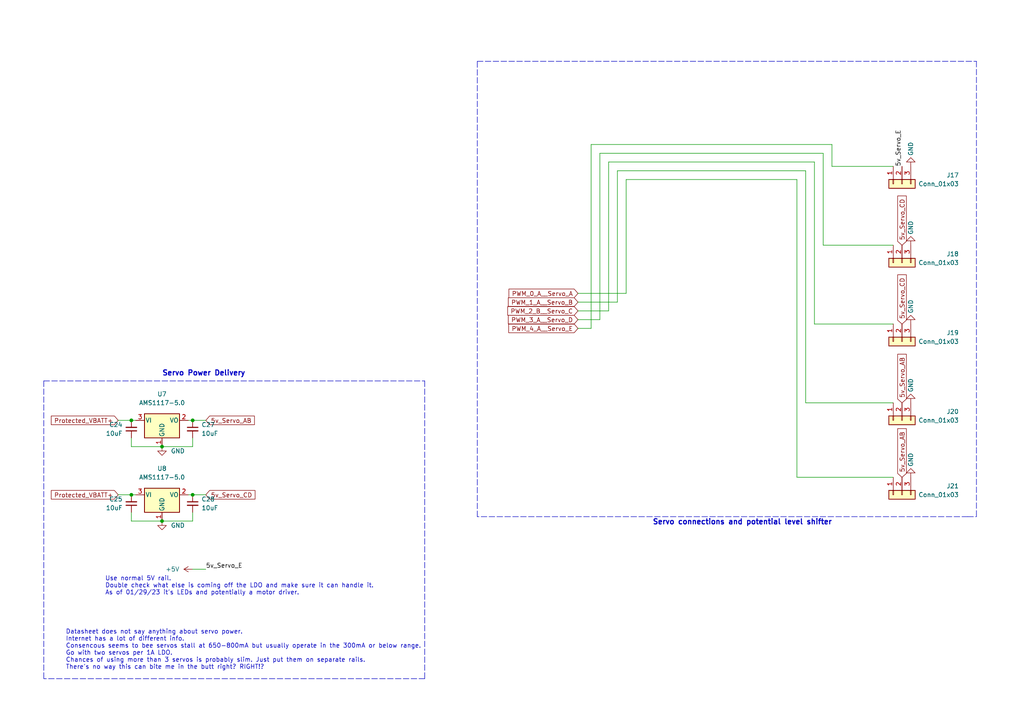
<source format=kicad_sch>
(kicad_sch (version 20211123) (generator eeschema)
  (paper "A4")
  (title_block (title "Servo Motor Circuitry") (date "2023-01-31") (rev "v0.3"))
  (lib_symbols
    (symbol "Connector_Generic:Conn_01x03" (pin_names (offset 1.016) hide)
      (property "Reference" "J" (at 0 5.08 0))
      (property "Value" "Conn_01x03" (at 0 -5.08 0))
      (symbol "Conn_01x03_1_1"
        (rectangle (start -1.27 -2.413) (end 0 -2.667) (stroke (width 0.1524)))
        (rectangle (start -1.27 0.127) (end 0 -0.127) (stroke (width 0.1524)))
        (rectangle (start -1.27 2.667) (end 0 2.413) (stroke (width 0.1524)))
        (rectangle (start -1.27 3.81) (end 1.27 -3.81) (stroke (width 0.254)) (fill (type background)))
        (pin passive line (at -5.08 2.54 0) (length 3.81) (name "Pin_1") (number "1"))
        (pin passive line (at -5.08 0 0) (length 3.81) (name "Pin_2") (number "2"))
        (pin passive line (at -5.08 -2.54 0) (length 3.81) (name "Pin_3") (number "3"))
      )
    )
    (symbol "Device:C_Small" (pin_numbers hide) (pin_names (offset 0.254) hide)
      (property "Reference" "C" (at 0.254 1.778 0))
      (property "Value" "C_Small" (at 0.254 -2.032 0))
      (symbol "C_Small_0_1"
        (polyline (pts (xy -1.524 -0.508) (xy 1.524 -0.508)) (stroke (width 0.3302)))
        (polyline (pts (xy -1.524 0.508) (xy 1.524 0.508)) (stroke (width 0.3048)))
      )
      (symbol "C_Small_1_1"
        (pin passive line (at 0 2.54 270) (length 2.032) (name "~") (number "1"))
        (pin passive line (at 0 -2.54 90) (length 2.032) (name "~") (number "2"))
      )
    )
    (symbol "Regulator_Linear:AMS1117-5.0" (pin_names (offset 0.254))
      (property "Reference" "U" (at -3.81 3.175 0))
      (property "Value" "AMS1117-5.0" (at 0 3.175 0))
      (symbol "AMS1117-5.0_0_1"
        (rectangle (start -5.08 -5.08) (end 5.08 1.905) (stroke (width 0.254)) (fill (type background)))
      )
      (symbol "AMS1117-5.0_1_1"
        (pin power_in line (at 0 -7.62 90) (length 2.54) (name "GND") (number "1"))
        (pin power_out line (at 7.62 0 180) (length 2.54) (name "VO") (number "2"))
        (pin power_in line (at -7.62 0 0) (length 2.54) (name "VI") (number "3"))
      )
    )
    (symbol "power:+5V" (power) (pin_names (offset 0))
      (property "Value" "+5V" (at 0 3.556 0))
      (symbol "+5V_0_1"
        (polyline (pts (xy -0.762 1.27) (xy 0 2.54)))
        (polyline (pts (xy 0 0) (xy 0 2.54)))
        (polyline (pts (xy 0 2.54) (xy 0.762 1.27)))
      )
      (symbol "+5V_1_1"
        (pin power_in line (at 0 0 90) (length 0) hide (name "+5V") (number "1"))
      )
    )
    (symbol "power:GND" (power) (pin_names (offset 0))
      (property "Value" "GND" (at 0 -3.81 0))
      (symbol "GND_0_1"
        (polyline (pts (xy 0 0) (xy 0 -1.27) (xy 1.27 -1.27) (xy 0 -2.54) (xy -1.27 -1.27) (xy 0 -1.27)))
      )
      (symbol "GND_1_1"
        (pin power_in line (at 0 0 270) (length 0) hide (name "GND") (number "1"))
      )
    )
  )
  (junction (at 46.99 151.13))
  (junction (at 55.88 143.51))
  (junction (at 46.99 129.54))
  (junction (at 38.1 121.92))
  (junction (at 55.88 121.92))
  (junction (at 38.1 143.51))
  (wire (pts (xy 55.88 121.92) (xy 54.61 121.92)))
  (polyline (pts (xy 123.19 196.85) (xy 12.7 196.85)))
  (polyline (pts (xy 283.21 17.78) (xy 283.21 149.86)))
  (wire (pts (xy 38.1 127) (xy 38.1 129.54)))
  (polyline (pts (xy 280.67 149.86) (xy 138.43 149.86)))
  (wire (pts (xy 59.69 121.92) (xy 55.88 121.92)))
  (polyline (pts (xy 123.19 110.49) (xy 123.19 196.85)))
  (wire (pts (xy 38.1 143.51) (xy 39.37 143.51)))
  (wire (pts (xy 55.88 148.59) (xy 55.88 151.13)))
  (wire (pts (xy 171.45 41.91) (xy 241.3 41.91)))
  (wire (pts (xy 38.1 151.13) (xy 46.99 151.13)))
  (wire (pts (xy 181.61 85.09) (xy 181.61 52.07)))
  (polyline (pts (xy 138.43 149.86) (xy 138.43 17.78)))
  (polyline (pts (xy 12.7 110.49) (xy 123.19 110.49)))
  (wire (pts (xy 55.88 165.1) (xy 59.69 165.1)))
  (wire (pts (xy 34.29 121.92) (xy 38.1 121.92)))
  (wire (pts (xy 167.64 95.25) (xy 171.45 95.25)))
  (wire (pts (xy 179.07 49.53) (xy 233.68 49.53)))
  (wire (pts (xy 238.76 44.45) (xy 238.76 71.12)))
  (wire (pts (xy 54.61 143.51) (xy 55.88 143.51)))
  (polyline (pts (xy 12.7 110.49) (xy 12.7 196.85)))
  (wire (pts (xy 167.64 92.71) (xy 173.99 92.71)))
  (wire (pts (xy 238.76 71.12) (xy 259.08 71.12)))
  (wire (pts (xy 173.99 92.71) (xy 173.99 44.45)))
  (polyline (pts (xy 138.43 17.78) (xy 283.21 17.78)))
  (wire (pts (xy 38.1 129.54) (xy 46.99 129.54)))
  (wire (pts (xy 38.1 148.59) (xy 38.1 151.13)))
  (wire (pts (xy 259.08 138.43) (xy 231.14 138.43)))
  (wire (pts (xy 241.3 48.26) (xy 259.08 48.26)))
  (wire (pts (xy 236.22 46.99) (xy 236.22 93.98)))
  (wire (pts (xy 236.22 93.98) (xy 259.08 93.98)))
  (wire (pts (xy 55.88 129.54) (xy 46.99 129.54)))
  (wire (pts (xy 231.14 52.07) (xy 231.14 138.43)))
  (wire (pts (xy 259.08 116.84) (xy 233.68 116.84)))
  (wire (pts (xy 167.64 90.17) (xy 176.53 90.17)))
  (wire (pts (xy 55.88 127) (xy 55.88 129.54)))
  (wire (pts (xy 34.29 143.51) (xy 38.1 143.51)))
  (wire (pts (xy 176.53 90.17) (xy 176.53 46.99)))
  (wire (pts (xy 171.45 95.25) (xy 171.45 41.91)))
  (wire (pts (xy 179.07 87.63) (xy 179.07 49.53)))
  (polyline (pts (xy 280.67 149.86) (xy 283.21 149.86)))
  (wire (pts (xy 233.68 49.53) (xy 233.68 116.84)))
  (wire (pts (xy 173.99 44.45) (xy 238.76 44.45)))
  (wire (pts (xy 167.64 85.09) (xy 181.61 85.09)))
  (wire (pts (xy 38.1 121.92) (xy 39.37 121.92)))
  (wire (pts (xy 176.53 46.99) (xy 236.22 46.99)))
  (wire (pts (xy 167.64 87.63) (xy 179.07 87.63)))
  (wire (pts (xy 241.3 41.91) (xy 241.3 48.26)))
  (wire (pts (xy 181.61 52.07) (xy 231.14 52.07)))
  (wire (pts (xy 55.88 151.13) (xy 46.99 151.13)))
  (wire (pts (xy 55.88 143.51) (xy 59.69 143.51)))
  (text "Servo Power Delivery" (at 46.99 109.22 0) (effects (font (size 1.5 1.5) (thickness 0.3) bold) (justify left bottom)))
  (text "Datasheet does not say anything about servo power.\nInternet has a lot of different info.\nConsencous seems to bee servos stall at 650-800mA but usually operate in the 300mA or below range.\nGo with two servos per 1A LDO.\nChances of using more than 3 servos is probably slim. Just put them on separate rails.\nThere's no way this can bite me in the butt right? RIGHT!?" (at 19.05 194.31 0) (effects (font (size 1.27 1.27)) (justify left bottom)))
  (text "Servo connections and potential level shifter" (at 189.23 152.4 0) (effects (font (size 1.5 1.5) (thickness 0.3) bold) (justify left bottom)))
  (text "Use normal 5V rail.\nDouble check what else is coming off the LDO and make sure it can handle it.\nAs of 01/29/23 it's LEDs and potentially a motor driver." (at 30.48 172.72 0) (effects (font (size 1.27 1.27)) (justify left bottom)))
  (label "5v_Servo_E" (at 261.62 48.26 90))
  (label "5v_Servo_E" (at 59.69 165.1 0))
  (global_label "5v_Servo_CD" (shape input) (at 261.62 71.12 90) (property "Intersheet References" "${INTERSHEET_REFS}" (effects hide)))
  (global_label "Protected_VBATT+" (shape input) (at 34.29 143.51 180) (property "Intersheet References" "${INTERSHEET_REFS}" (effects hide)))
  (global_label "PWM_0_A__Servo_A" (shape input) (at 167.64 85.09 180) (property "Intersheet References" "${INTERSHEET_REFS}" (effects hide)))
  (global_label "Protected_VBATT+" (shape input) (at 34.29 121.92 180) (property "Intersheet References" "${INTERSHEET_REFS}" (effects hide)))
  (global_label "PWM_2_B__Servo_C" (shape input) (at 167.64 90.17 180) (property "Intersheet References" "${INTERSHEET_REFS}" (effects hide)))
  (global_label "5v_Servo_AB" (shape input) (at 261.62 116.84 90) (property "Intersheet References" "${INTERSHEET_REFS}" (effects hide)))
  (global_label "5v_Servo_AB" (shape input) (at 261.62 138.43 90) (property "Intersheet References" "${INTERSHEET_REFS}" (effects hide)))
  (global_label "PWM_3_A__Servo_D" (shape input) (at 167.64 92.71 180) (property "Intersheet References" "${INTERSHEET_REFS}" (effects hide)))
  (global_label "PWM_1_A__Servo_B" (shape input) (at 167.64 87.63 180) (property "Intersheet References" "${INTERSHEET_REFS}" (effects hide)))
  (global_label "5v_Servo_AB" (shape input) (at 59.69 121.92 0) (property "Intersheet References" "${INTERSHEET_REFS}" (effects hide)))
  (global_label "PWM_4_A__Servo_E" (shape input) (at 167.64 95.25 180) (property "Intersheet References" "${INTERSHEET_REFS}" (effects hide)))
  (global_label "5v_Servo_CD" (shape input) (at 59.69 143.51 0) (property "Intersheet References" "${INTERSHEET_REFS}" (effects hide)))
  (global_label "5v_Servo_CD" (shape input) (at 261.62 93.98 90) (property "Intersheet References" "${INTERSHEET_REFS}" (effects hide)))
  (symbol (lib_id "Connector_Generic:Conn_01x03") (at 261.62 143.51 90) (mirror x) (unit 1)
    (property "Reference" "J21" (at 278.13 140.97 90) (effects (justify left)))
    (property "Value" "Conn_01x03" (at 278.13 143.51 90) (effects (justify left)))
    (property "Footprint" "Connector_PinHeader_2.54mm:PinHeader_1x03_P2.54mm_Vertical" (effects hide))
  )
  (symbol (lib_id "power:GND") (at 264.16 93.98 0) (mirror x) (unit 1)
    (property "Reference" "#PWR060" (effects hide))
    (property "Value" "GND" (at 264.16 88.9 90))
  )
  (symbol (lib_id "power:GND") (at 264.16 116.84 0) (mirror x) (unit 1)
    (property "Reference" "#PWR061" (effects hide))
    (property "Value" "GND" (at 264.16 111.76 90))
  )
  (symbol (lib_id "Connector_Generic:Conn_01x03") (at 261.62 53.34 90) (mirror x) (unit 1)
    (property "Reference" "J17" (at 278.13 50.8 90) (effects (justify left)))
    (property "Value" "Conn_01x03" (at 278.13 53.34 90) (effects (justify left)))
    (property "Footprint" "Connector_PinHeader_2.54mm:PinHeader_1x03_P2.54mm_Vertical" (effects hide))
  )
  (symbol (lib_id "Connector_Generic:Conn_01x03") (at 261.62 76.2 90) (mirror x) (unit 1)
    (property "Reference" "J18" (at 278.13 73.66 90) (effects (justify left)))
    (property "Value" "Conn_01x03" (at 278.13 76.2 90) (effects (justify left)))
    (property "Footprint" "Connector_PinHeader_2.54mm:PinHeader_1x03_P2.54mm_Vertical" (effects hide))
  )
  (symbol (lib_id "power:+5V") (at 55.88 165.1 90) (unit 1)
    (property "Reference" "#PWR0105" (effects hide))
    (property "Value" "+5V" (at 52.07 165.0999 90) (effects (justify left)))
  )
  (symbol (lib_id "power:GND") (at 264.16 138.43 0) (mirror x) (unit 1)
    (property "Reference" "#PWR062" (effects hide))
    (property "Value" "GND" (at 264.16 133.35 90))
  )
  (symbol (lib_id "Connector_Generic:Conn_01x03") (at 261.62 99.06 90) (mirror x) (unit 1)
    (property "Reference" "J19" (at 278.13 96.52 90) (effects (justify left)))
    (property "Value" "Conn_01x03" (at 278.13 99.06 90) (effects (justify left)))
    (property "Footprint" "Connector_PinHeader_2.54mm:PinHeader_1x03_P2.54mm_Vertical" (effects hide))
  )
  (symbol (lib_id "Regulator_Linear:AMS1117-5.0") (at 46.99 121.92 0) (unit 1)
    (property "Reference" "U7" (at 46.99 114.3 0))
    (property "Value" "AMS1117-5.0" (at 46.99 116.84 0))
    (property "Footprint" "Package_TO_SOT_SMD:SOT-223-3_TabPin2" (effects hide))
    (property "Datasheet" "http://www.advanced-monolithic.com/pdf/ds1117.pdf" (effects hide))
    (property "LCSC Part" "C6187" (effects hide))
    (property "JLC Part" "Basic Part" (effects hide))
  )
  (symbol (lib_id "Regulator_Linear:AMS1117-5.0") (at 46.99 143.51 0) (unit 1)
    (property "Reference" "U8" (at 46.99 135.89 0))
    (property "Value" "AMS1117-5.0" (at 46.99 138.43 0))
    (property "Footprint" "Package_TO_SOT_SMD:SOT-223-3_TabPin2" (effects hide))
    (property "Datasheet" "http://www.advanced-monolithic.com/pdf/ds1117.pdf" (effects hide))
    (property "LCSC Part" "C6187" (effects hide))
    (property "JLC Part" "Basic Part" (effects hide))
  )
  (symbol (lib_id "Device:C_Small") (at 38.1 146.05 0) (mirror x) (unit 1)
    (property "Reference" "C25" (at 35.56 144.7735 0) (effects (justify right)))
    (property "Value" "10uF" (at 35.56 147.3135 0) (effects (justify right)))
    (property "Footprint" "Capacitor_SMD:C_0805_2012Metric" (effects hide))
    (property "LCSC Part" "C15850" (effects hide))
    (property "JLC Part" "Basic Part" (effects hide))
  )
  (symbol (lib_id "Connector_Generic:Conn_01x03") (at 261.62 121.92 90) (mirror x) (unit 1)
    (property "Reference" "J20" (at 278.13 119.38 90) (effects (justify left)))
    (property "Value" "Conn_01x03" (at 278.13 121.92 90) (effects (justify left)))
    (property "Footprint" "Connector_PinHeader_2.54mm:PinHeader_1x03_P2.54mm_Vertical" (effects hide))
  )
  (symbol (lib_id "power:GND") (at 264.16 71.12 0) (mirror x) (unit 1)
    (property "Reference" "#PWR059" (effects hide))
    (property "Value" "GND" (at 264.16 66.04 90))
  )
  (symbol (lib_id "Device:C_Small") (at 55.88 146.05 0) (mirror y) (unit 1)
    (property "Reference" "C28" (at 58.42 144.7862 0) (effects (justify right)))
    (property "Value" "10uF" (at 58.42 147.3262 0) (effects (justify right)))
    (property "Footprint" "Capacitor_SMD:C_0805_2012Metric" (effects hide))
    (property "LCSC Part" "C15850" (effects hide))
    (property "JLC Part" "Basic Part" (effects hide))
  )
  (symbol (lib_id "power:GND") (at 264.16 48.26 0) (mirror x) (unit 1)
    (property "Reference" "#PWR058" (effects hide))
    (property "Value" "GND" (at 264.16 43.18 90))
  )
  (symbol (lib_id "power:GND") (at 46.99 151.13 0) (unit 1)
    (property "Reference" "#PWR052" (effects hide))
    (property "Value" "GND" (at 49.53 152.3999 0) (effects (justify left)))
  )
  (symbol (lib_id "Device:C_Small") (at 38.1 124.46 0) (mirror x) (unit 1)
    (property "Reference" "C24" (at 35.56 123.1835 0) (effects (justify right)))
    (property "Value" "10uF" (at 35.56 125.7235 0) (effects (justify right)))
    (property "Footprint" "Capacitor_SMD:C_0805_2012Metric" (effects hide))
    (property "LCSC Part" "C15850" (effects hide))
    (property "JLC Part" "Basic Part" (effects hide))
  )
  (symbol (lib_id "Device:C_Small") (at 55.88 124.46 0) (mirror y) (unit 1)
    (property "Reference" "C27" (at 58.42 123.1962 0) (effects (justify right)))
    (property "Value" "10uF" (at 58.42 125.7362 0) (effects (justify right)))
    (property "Footprint" "Capacitor_SMD:C_0805_2012Metric" (effects hide))
    (property "LCSC Part" "C15850" (effects hide))
    (property "JLC Part" "Basic Part" (effects hide))
  )
  (symbol (lib_id "power:GND") (at 46.99 129.54 0) (unit 1)
    (property "Reference" "#PWR051" (effects hide))
    (property "Value" "GND" (at 49.53 130.8099 0) (effects (justify left)))
  )
)
</source>
